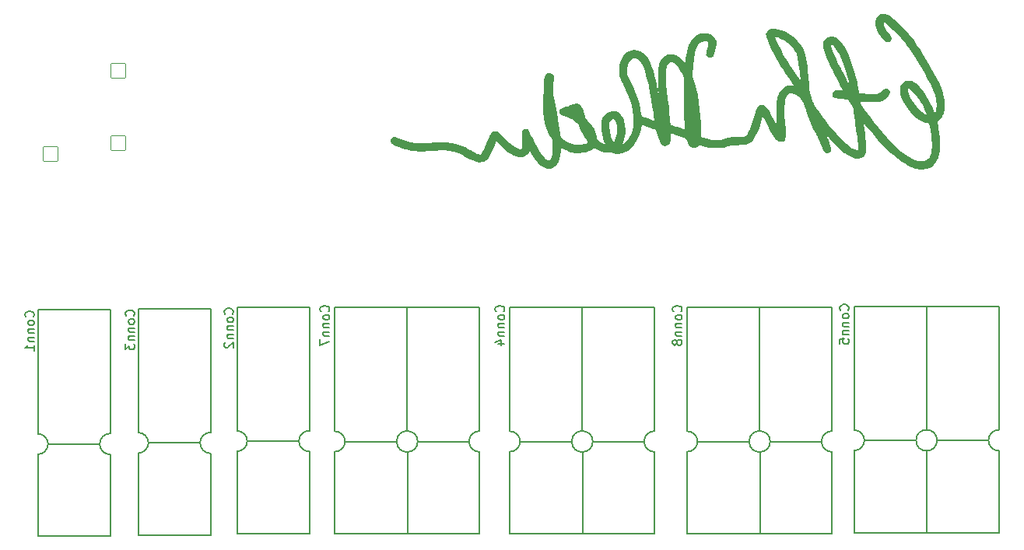
<source format=gbo>
G04 #@! TF.GenerationSoftware,KiCad,Pcbnew,(6.0.7)*
G04 #@! TF.CreationDate,2023-03-20T22:10:27-05:00*
G04 #@! TF.ProjectId,ScienceMotorController,53636965-6e63-4654-9d6f-746f72436f6e,rev?*
G04 #@! TF.SameCoordinates,Original*
G04 #@! TF.FileFunction,Legend,Bot*
G04 #@! TF.FilePolarity,Positive*
%FSLAX46Y46*%
G04 Gerber Fmt 4.6, Leading zero omitted, Abs format (unit mm)*
G04 Created by KiCad (PCBNEW (6.0.7)) date 2023-03-20 22:10:27*
%MOMM*%
%LPD*%
G01*
G04 APERTURE LIST*
G04 Aperture macros list*
%AMRoundRect*
0 Rectangle with rounded corners*
0 $1 Rounding radius*
0 $2 $3 $4 $5 $6 $7 $8 $9 X,Y pos of 4 corners*
0 Add a 4 corners polygon primitive as box body*
4,1,4,$2,$3,$4,$5,$6,$7,$8,$9,$2,$3,0*
0 Add four circle primitives for the rounded corners*
1,1,$1+$1,$2,$3*
1,1,$1+$1,$4,$5*
1,1,$1+$1,$6,$7*
1,1,$1+$1,$8,$9*
0 Add four rect primitives between the rounded corners*
20,1,$1+$1,$2,$3,$4,$5,0*
20,1,$1+$1,$4,$5,$6,$7,0*
20,1,$1+$1,$6,$7,$8,$9,0*
20,1,$1+$1,$8,$9,$2,$3,0*%
G04 Aperture macros list end*
%ADD10C,0.150000*%
%ADD11C,1.624000*%
%ADD12C,3.046400*%
%ADD13RoundRect,0.050000X1.250000X-0.750000X1.250000X0.750000X-1.250000X0.750000X-1.250000X-0.750000X0*%
%ADD14O,2.600000X1.600000*%
%ADD15RoundRect,0.050000X-0.800000X-0.800000X0.800000X-0.800000X0.800000X0.800000X-0.800000X0.800000X0*%
%ADD16C,1.700000*%
%ADD17C,1.408000*%
%ADD18C,1.308000*%
%ADD19O,3.600000X2.300000*%
%ADD20C,1.200000*%
%ADD21C,1.500000*%
%ADD22C,4.100000*%
%ADD23C,2.100000*%
%ADD24RoundRect,0.050000X0.800000X-0.800000X0.800000X0.800000X-0.800000X0.800000X-0.800000X-0.800000X0*%
%ADD25O,5.200000X3.100000*%
G04 APERTURE END LIST*
D10*
X115586442Y-121751690D02*
X115634061Y-121704071D01*
X115681680Y-121561214D01*
X115681680Y-121465976D01*
X115634061Y-121323119D01*
X115538823Y-121227880D01*
X115443585Y-121180261D01*
X115253109Y-121132642D01*
X115110252Y-121132642D01*
X114919776Y-121180261D01*
X114824538Y-121227880D01*
X114729300Y-121323119D01*
X114681680Y-121465976D01*
X114681680Y-121561214D01*
X114729300Y-121704071D01*
X114776919Y-121751690D01*
X115681680Y-122323119D02*
X115634061Y-122227880D01*
X115586442Y-122180261D01*
X115491204Y-122132642D01*
X115205490Y-122132642D01*
X115110252Y-122180261D01*
X115062633Y-122227880D01*
X115015014Y-122323119D01*
X115015014Y-122465976D01*
X115062633Y-122561214D01*
X115110252Y-122608833D01*
X115205490Y-122656452D01*
X115491204Y-122656452D01*
X115586442Y-122608833D01*
X115634061Y-122561214D01*
X115681680Y-122465976D01*
X115681680Y-122323119D01*
X115015014Y-123085023D02*
X115681680Y-123085023D01*
X115110252Y-123085023D02*
X115062633Y-123132642D01*
X115015014Y-123227880D01*
X115015014Y-123370738D01*
X115062633Y-123465976D01*
X115157871Y-123513595D01*
X115681680Y-123513595D01*
X115015014Y-123989785D02*
X115681680Y-123989785D01*
X115110252Y-123989785D02*
X115062633Y-124037404D01*
X115015014Y-124132642D01*
X115015014Y-124275500D01*
X115062633Y-124370738D01*
X115157871Y-124418357D01*
X115681680Y-124418357D01*
X114776919Y-124846928D02*
X114729300Y-124894547D01*
X114681680Y-124989785D01*
X114681680Y-125227880D01*
X114729300Y-125323119D01*
X114776919Y-125370738D01*
X114872157Y-125418357D01*
X114967395Y-125418357D01*
X115110252Y-125370738D01*
X115681680Y-124799309D01*
X115681680Y-125418357D01*
X164376142Y-121470190D02*
X164423761Y-121422571D01*
X164471380Y-121279714D01*
X164471380Y-121184476D01*
X164423761Y-121041619D01*
X164328523Y-120946380D01*
X164233285Y-120898761D01*
X164042809Y-120851142D01*
X163899952Y-120851142D01*
X163709476Y-120898761D01*
X163614238Y-120946380D01*
X163519000Y-121041619D01*
X163471380Y-121184476D01*
X163471380Y-121279714D01*
X163519000Y-121422571D01*
X163566619Y-121470190D01*
X164471380Y-122041619D02*
X164423761Y-121946380D01*
X164376142Y-121898761D01*
X164280904Y-121851142D01*
X163995190Y-121851142D01*
X163899952Y-121898761D01*
X163852333Y-121946380D01*
X163804714Y-122041619D01*
X163804714Y-122184476D01*
X163852333Y-122279714D01*
X163899952Y-122327333D01*
X163995190Y-122374952D01*
X164280904Y-122374952D01*
X164376142Y-122327333D01*
X164423761Y-122279714D01*
X164471380Y-122184476D01*
X164471380Y-122041619D01*
X163804714Y-122803523D02*
X164471380Y-122803523D01*
X163899952Y-122803523D02*
X163852333Y-122851142D01*
X163804714Y-122946380D01*
X163804714Y-123089238D01*
X163852333Y-123184476D01*
X163947571Y-123232095D01*
X164471380Y-123232095D01*
X163804714Y-123708285D02*
X164471380Y-123708285D01*
X163899952Y-123708285D02*
X163852333Y-123755904D01*
X163804714Y-123851142D01*
X163804714Y-123994000D01*
X163852333Y-124089238D01*
X163947571Y-124136857D01*
X164471380Y-124136857D01*
X163899952Y-124755904D02*
X163852333Y-124660666D01*
X163804714Y-124613047D01*
X163709476Y-124565428D01*
X163661857Y-124565428D01*
X163566619Y-124613047D01*
X163519000Y-124660666D01*
X163471380Y-124755904D01*
X163471380Y-124946380D01*
X163519000Y-125041619D01*
X163566619Y-125089238D01*
X163661857Y-125136857D01*
X163709476Y-125136857D01*
X163804714Y-125089238D01*
X163852333Y-125041619D01*
X163899952Y-124946380D01*
X163899952Y-124755904D01*
X163947571Y-124660666D01*
X163995190Y-124613047D01*
X164090428Y-124565428D01*
X164280904Y-124565428D01*
X164376142Y-124613047D01*
X164423761Y-124660666D01*
X164471380Y-124755904D01*
X164471380Y-124946380D01*
X164423761Y-125041619D01*
X164376142Y-125089238D01*
X164280904Y-125136857D01*
X164090428Y-125136857D01*
X163995190Y-125089238D01*
X163947571Y-125041619D01*
X163899952Y-124946380D01*
X145072142Y-121470190D02*
X145119761Y-121422571D01*
X145167380Y-121279714D01*
X145167380Y-121184476D01*
X145119761Y-121041619D01*
X145024523Y-120946380D01*
X144929285Y-120898761D01*
X144738809Y-120851142D01*
X144595952Y-120851142D01*
X144405476Y-120898761D01*
X144310238Y-120946380D01*
X144215000Y-121041619D01*
X144167380Y-121184476D01*
X144167380Y-121279714D01*
X144215000Y-121422571D01*
X144262619Y-121470190D01*
X145167380Y-122041619D02*
X145119761Y-121946380D01*
X145072142Y-121898761D01*
X144976904Y-121851142D01*
X144691190Y-121851142D01*
X144595952Y-121898761D01*
X144548333Y-121946380D01*
X144500714Y-122041619D01*
X144500714Y-122184476D01*
X144548333Y-122279714D01*
X144595952Y-122327333D01*
X144691190Y-122374952D01*
X144976904Y-122374952D01*
X145072142Y-122327333D01*
X145119761Y-122279714D01*
X145167380Y-122184476D01*
X145167380Y-122041619D01*
X144500714Y-122803523D02*
X145167380Y-122803523D01*
X144595952Y-122803523D02*
X144548333Y-122851142D01*
X144500714Y-122946380D01*
X144500714Y-123089238D01*
X144548333Y-123184476D01*
X144643571Y-123232095D01*
X145167380Y-123232095D01*
X144500714Y-123708285D02*
X145167380Y-123708285D01*
X144595952Y-123708285D02*
X144548333Y-123755904D01*
X144500714Y-123851142D01*
X144500714Y-123994000D01*
X144548333Y-124089238D01*
X144643571Y-124136857D01*
X145167380Y-124136857D01*
X144500714Y-125041619D02*
X145167380Y-125041619D01*
X144119761Y-124803523D02*
X144834047Y-124565428D01*
X144834047Y-125184476D01*
X104832742Y-121942990D02*
X104880361Y-121895371D01*
X104927980Y-121752514D01*
X104927980Y-121657276D01*
X104880361Y-121514419D01*
X104785123Y-121419180D01*
X104689885Y-121371561D01*
X104499409Y-121323942D01*
X104356552Y-121323942D01*
X104166076Y-121371561D01*
X104070838Y-121419180D01*
X103975600Y-121514419D01*
X103927980Y-121657276D01*
X103927980Y-121752514D01*
X103975600Y-121895371D01*
X104023219Y-121942990D01*
X104927980Y-122514419D02*
X104880361Y-122419180D01*
X104832742Y-122371561D01*
X104737504Y-122323942D01*
X104451790Y-122323942D01*
X104356552Y-122371561D01*
X104308933Y-122419180D01*
X104261314Y-122514419D01*
X104261314Y-122657276D01*
X104308933Y-122752514D01*
X104356552Y-122800133D01*
X104451790Y-122847752D01*
X104737504Y-122847752D01*
X104832742Y-122800133D01*
X104880361Y-122752514D01*
X104927980Y-122657276D01*
X104927980Y-122514419D01*
X104261314Y-123276323D02*
X104927980Y-123276323D01*
X104356552Y-123276323D02*
X104308933Y-123323942D01*
X104261314Y-123419180D01*
X104261314Y-123562038D01*
X104308933Y-123657276D01*
X104404171Y-123704895D01*
X104927980Y-123704895D01*
X104261314Y-124181085D02*
X104927980Y-124181085D01*
X104356552Y-124181085D02*
X104308933Y-124228704D01*
X104261314Y-124323942D01*
X104261314Y-124466800D01*
X104308933Y-124562038D01*
X104404171Y-124609657D01*
X104927980Y-124609657D01*
X103927980Y-124990609D02*
X103927980Y-125609657D01*
X104308933Y-125276323D01*
X104308933Y-125419180D01*
X104356552Y-125514419D01*
X104404171Y-125562038D01*
X104499409Y-125609657D01*
X104737504Y-125609657D01*
X104832742Y-125562038D01*
X104880361Y-125514419D01*
X104927980Y-125419180D01*
X104927980Y-125133466D01*
X104880361Y-125038228D01*
X104832742Y-124990609D01*
X93910742Y-122069990D02*
X93958361Y-122022371D01*
X94005980Y-121879514D01*
X94005980Y-121784276D01*
X93958361Y-121641419D01*
X93863123Y-121546180D01*
X93767885Y-121498561D01*
X93577409Y-121450942D01*
X93434552Y-121450942D01*
X93244076Y-121498561D01*
X93148838Y-121546180D01*
X93053600Y-121641419D01*
X93005980Y-121784276D01*
X93005980Y-121879514D01*
X93053600Y-122022371D01*
X93101219Y-122069990D01*
X94005980Y-122641419D02*
X93958361Y-122546180D01*
X93910742Y-122498561D01*
X93815504Y-122450942D01*
X93529790Y-122450942D01*
X93434552Y-122498561D01*
X93386933Y-122546180D01*
X93339314Y-122641419D01*
X93339314Y-122784276D01*
X93386933Y-122879514D01*
X93434552Y-122927133D01*
X93529790Y-122974752D01*
X93815504Y-122974752D01*
X93910742Y-122927133D01*
X93958361Y-122879514D01*
X94005980Y-122784276D01*
X94005980Y-122641419D01*
X93339314Y-123403323D02*
X94005980Y-123403323D01*
X93434552Y-123403323D02*
X93386933Y-123450942D01*
X93339314Y-123546180D01*
X93339314Y-123689038D01*
X93386933Y-123784276D01*
X93482171Y-123831895D01*
X94005980Y-123831895D01*
X93339314Y-124308085D02*
X94005980Y-124308085D01*
X93434552Y-124308085D02*
X93386933Y-124355704D01*
X93339314Y-124450942D01*
X93339314Y-124593800D01*
X93386933Y-124689038D01*
X93482171Y-124736657D01*
X94005980Y-124736657D01*
X94005980Y-125736657D02*
X94005980Y-125165228D01*
X94005980Y-125450942D02*
X93005980Y-125450942D01*
X93148838Y-125355704D01*
X93244076Y-125260466D01*
X93291695Y-125165228D01*
X126022142Y-121470190D02*
X126069761Y-121422571D01*
X126117380Y-121279714D01*
X126117380Y-121184476D01*
X126069761Y-121041619D01*
X125974523Y-120946380D01*
X125879285Y-120898761D01*
X125688809Y-120851142D01*
X125545952Y-120851142D01*
X125355476Y-120898761D01*
X125260238Y-120946380D01*
X125165000Y-121041619D01*
X125117380Y-121184476D01*
X125117380Y-121279714D01*
X125165000Y-121422571D01*
X125212619Y-121470190D01*
X126117380Y-122041619D02*
X126069761Y-121946380D01*
X126022142Y-121898761D01*
X125926904Y-121851142D01*
X125641190Y-121851142D01*
X125545952Y-121898761D01*
X125498333Y-121946380D01*
X125450714Y-122041619D01*
X125450714Y-122184476D01*
X125498333Y-122279714D01*
X125545952Y-122327333D01*
X125641190Y-122374952D01*
X125926904Y-122374952D01*
X126022142Y-122327333D01*
X126069761Y-122279714D01*
X126117380Y-122184476D01*
X126117380Y-122041619D01*
X125450714Y-122803523D02*
X126117380Y-122803523D01*
X125545952Y-122803523D02*
X125498333Y-122851142D01*
X125450714Y-122946380D01*
X125450714Y-123089238D01*
X125498333Y-123184476D01*
X125593571Y-123232095D01*
X126117380Y-123232095D01*
X125450714Y-123708285D02*
X126117380Y-123708285D01*
X125545952Y-123708285D02*
X125498333Y-123755904D01*
X125450714Y-123851142D01*
X125450714Y-123994000D01*
X125498333Y-124089238D01*
X125593571Y-124136857D01*
X126117380Y-124136857D01*
X125117380Y-124517809D02*
X125117380Y-125184476D01*
X126117380Y-124755904D01*
X182537142Y-121343190D02*
X182584761Y-121295571D01*
X182632380Y-121152714D01*
X182632380Y-121057476D01*
X182584761Y-120914619D01*
X182489523Y-120819380D01*
X182394285Y-120771761D01*
X182203809Y-120724142D01*
X182060952Y-120724142D01*
X181870476Y-120771761D01*
X181775238Y-120819380D01*
X181680000Y-120914619D01*
X181632380Y-121057476D01*
X181632380Y-121152714D01*
X181680000Y-121295571D01*
X181727619Y-121343190D01*
X182632380Y-121914619D02*
X182584761Y-121819380D01*
X182537142Y-121771761D01*
X182441904Y-121724142D01*
X182156190Y-121724142D01*
X182060952Y-121771761D01*
X182013333Y-121819380D01*
X181965714Y-121914619D01*
X181965714Y-122057476D01*
X182013333Y-122152714D01*
X182060952Y-122200333D01*
X182156190Y-122247952D01*
X182441904Y-122247952D01*
X182537142Y-122200333D01*
X182584761Y-122152714D01*
X182632380Y-122057476D01*
X182632380Y-121914619D01*
X181965714Y-122676523D02*
X182632380Y-122676523D01*
X182060952Y-122676523D02*
X182013333Y-122724142D01*
X181965714Y-122819380D01*
X181965714Y-122962238D01*
X182013333Y-123057476D01*
X182108571Y-123105095D01*
X182632380Y-123105095D01*
X181965714Y-123581285D02*
X182632380Y-123581285D01*
X182060952Y-123581285D02*
X182013333Y-123628904D01*
X181965714Y-123724142D01*
X181965714Y-123867000D01*
X182013333Y-123962238D01*
X182108571Y-124009857D01*
X182632380Y-124009857D01*
X181632380Y-124962238D02*
X181632380Y-124486047D01*
X182108571Y-124438428D01*
X182060952Y-124486047D01*
X182013333Y-124581285D01*
X182013333Y-124819380D01*
X182060952Y-124914619D01*
X182108571Y-124962238D01*
X182203809Y-125009857D01*
X182441904Y-125009857D01*
X182537142Y-124962238D01*
X182584761Y-124914619D01*
X182632380Y-124819380D01*
X182632380Y-124581285D01*
X182584761Y-124486047D01*
X182537142Y-124438428D01*
X116065300Y-137897900D02*
X116065300Y-136729500D01*
X123939300Y-145619500D02*
X116065300Y-145619500D01*
X116065300Y-120981500D02*
X123939300Y-120981500D01*
X123939300Y-133300500D02*
X123939300Y-134443500D01*
X116065300Y-133275100D02*
X116065300Y-134468900D01*
X116065300Y-133300500D02*
X116065300Y-121006900D01*
X118376700Y-135586500D02*
X117208300Y-135586500D01*
X123964700Y-145619500D02*
X123964700Y-136729500D01*
X123939300Y-133300500D02*
X123939300Y-121006900D01*
X116065300Y-137872500D02*
X116065300Y-145619500D01*
X121653300Y-135586500D02*
X118351300Y-135586500D01*
X121653300Y-135586500D02*
X122796300Y-135586500D01*
X123939300Y-134443500D02*
G75*
G03*
X122796300Y-135586500I0J-1143000D01*
G01*
X117182900Y-135586500D02*
G75*
G03*
X116065300Y-134468900I-1117598J2D01*
G01*
X116065300Y-136704100D02*
G75*
G03*
X117182900Y-135586500I2J1117598D01*
G01*
X122796300Y-135586500D02*
G75*
G03*
X123939300Y-136729500I1143000J0D01*
G01*
X165058000Y-137941000D02*
X165058000Y-136772600D01*
X180806000Y-136772600D02*
X180806000Y-137991800D01*
X180806000Y-145688000D02*
X165058000Y-145688000D01*
X170646000Y-135629600D02*
X171789000Y-135629600D01*
X172957400Y-145662600D02*
X172957400Y-136772600D01*
X165058000Y-133318200D02*
X165058000Y-134512000D01*
X180806000Y-133343600D02*
X180806000Y-121050000D01*
X165058000Y-137915600D02*
X165058000Y-145662600D01*
X172932000Y-133343600D02*
X172932000Y-121050000D01*
X179663000Y-135629600D02*
X178494600Y-135629600D01*
X172932000Y-133343600D02*
X172932000Y-134486600D01*
X180806000Y-145662600D02*
X180806000Y-137915600D01*
X175218000Y-135629600D02*
X178494600Y-135629600D01*
X175218000Y-135629600D02*
X174075000Y-135629600D01*
X167369400Y-135629600D02*
X166201000Y-135629600D01*
X170646000Y-135629600D02*
X167344000Y-135629600D01*
X180806000Y-133369000D02*
X180806000Y-134461200D01*
X165058000Y-133343600D02*
X165058000Y-121050000D01*
X180806000Y-121050000D02*
X165058000Y-121050000D01*
X179663000Y-135629600D02*
G75*
G03*
X180806000Y-136772600I1143000J0D01*
G01*
X180806000Y-134486600D02*
G75*
G03*
X179663000Y-135629600I0J-1143000D01*
G01*
X165058000Y-136747200D02*
G75*
G03*
X166175600Y-135629600I2J1117598D01*
G01*
X166175600Y-135629600D02*
G75*
G03*
X165058000Y-134512000I-1117598J2D01*
G01*
X174075000Y-135629600D02*
G75*
G03*
X174075000Y-135629600I-1143000J0D01*
G01*
X161502000Y-133369000D02*
X161502000Y-134461200D01*
X161502000Y-145688000D02*
X145754000Y-145688000D01*
X155914000Y-135629600D02*
X159190600Y-135629600D01*
X145754000Y-133343600D02*
X145754000Y-121050000D01*
X153628000Y-133343600D02*
X153628000Y-134486600D01*
X148065400Y-135629600D02*
X146897000Y-135629600D01*
X153628000Y-133343600D02*
X153628000Y-121050000D01*
X161502000Y-145662600D02*
X161502000Y-137915600D01*
X145754000Y-137941000D02*
X145754000Y-136772600D01*
X145754000Y-133318200D02*
X145754000Y-134512000D01*
X151342000Y-135629600D02*
X148040000Y-135629600D01*
X151342000Y-135629600D02*
X152485000Y-135629600D01*
X160359000Y-135629600D02*
X159190600Y-135629600D01*
X161502000Y-133343600D02*
X161502000Y-121050000D01*
X155914000Y-135629600D02*
X154771000Y-135629600D01*
X153653400Y-145662600D02*
X153653400Y-136772600D01*
X161502000Y-136772600D02*
X161502000Y-137991800D01*
X145754000Y-137915600D02*
X145754000Y-145662600D01*
X161502000Y-121050000D02*
X145754000Y-121050000D01*
X160359000Y-135629600D02*
G75*
G03*
X161502000Y-136772600I1143000J0D01*
G01*
X146871600Y-135629600D02*
G75*
G03*
X145754000Y-134512000I-1117598J2D01*
G01*
X145754000Y-136747200D02*
G75*
G03*
X146871600Y-135629600I2J1117598D01*
G01*
X161502000Y-134486600D02*
G75*
G03*
X160359000Y-135629600I0J-1143000D01*
G01*
X154771000Y-135629600D02*
G75*
G03*
X154771000Y-135629600I-1143000J0D01*
G01*
X110899600Y-135777800D02*
X107597600Y-135777800D01*
X113185600Y-133491800D02*
X113185600Y-121198200D01*
X113185600Y-145810800D02*
X105311600Y-145810800D01*
X107623000Y-135777800D02*
X106454600Y-135777800D01*
X105311600Y-138063800D02*
X105311600Y-145810800D01*
X113185600Y-133491800D02*
X113185600Y-134634800D01*
X105311600Y-133491800D02*
X105311600Y-121198200D01*
X105311600Y-138089200D02*
X105311600Y-136920800D01*
X110899600Y-135777800D02*
X112042600Y-135777800D01*
X113211000Y-145810800D02*
X113211000Y-136920800D01*
X105311600Y-133466400D02*
X105311600Y-134660200D01*
X105311600Y-121172800D02*
X113185600Y-121172800D01*
X105311600Y-136895400D02*
G75*
G03*
X106429200Y-135777800I2J1117598D01*
G01*
X106429200Y-135777800D02*
G75*
G03*
X105311600Y-134660200I-1117598J2D01*
G01*
X113185600Y-134634800D02*
G75*
G03*
X112042600Y-135777800I0J-1143000D01*
G01*
X112042600Y-135777800D02*
G75*
G03*
X113185600Y-136920800I1143000J0D01*
G01*
G36*
X183775149Y-97718861D02*
G01*
X184447557Y-97778318D01*
X184505153Y-97783380D01*
X184913833Y-97816219D01*
X185238533Y-97833425D01*
X185494212Y-97832391D01*
X185695830Y-97810513D01*
X185858343Y-97765183D01*
X185996711Y-97693796D01*
X186125891Y-97593747D01*
X186260842Y-97462429D01*
X186317035Y-97405515D01*
X186443946Y-97295154D01*
X186551451Y-97241870D01*
X186670364Y-97228028D01*
X186853291Y-97265682D01*
X187013000Y-97381222D01*
X187104977Y-97555328D01*
X187112328Y-97624011D01*
X187068915Y-97803011D01*
X186953336Y-98002533D01*
X186778842Y-98205944D01*
X186558685Y-98396617D01*
X186306116Y-98557919D01*
X186233982Y-98594343D01*
X186150547Y-98626781D01*
X186052910Y-98649214D01*
X185923592Y-98663443D01*
X185745114Y-98671270D01*
X185499998Y-98674496D01*
X185170765Y-98674923D01*
X184915014Y-98673308D01*
X184627111Y-98668136D01*
X184380437Y-98660085D01*
X184195114Y-98649842D01*
X184091265Y-98638093D01*
X184088554Y-98637503D01*
X183977823Y-98620798D01*
X183933951Y-98651842D01*
X183926165Y-98751834D01*
X183940011Y-98824160D01*
X184017228Y-98997805D01*
X184160985Y-99242856D01*
X184369866Y-99557291D01*
X184642457Y-99939091D01*
X184977344Y-100386234D01*
X185373110Y-100896699D01*
X185828341Y-101468466D01*
X186263631Y-101992932D01*
X186805825Y-102601385D01*
X187338099Y-103150195D01*
X187856669Y-103637230D01*
X188357755Y-104060358D01*
X188837573Y-104417447D01*
X189292342Y-104706365D01*
X189718278Y-104924979D01*
X190111600Y-105071159D01*
X190468526Y-105142772D01*
X190785273Y-105137686D01*
X191058058Y-105053770D01*
X191283100Y-104888891D01*
X191456617Y-104640917D01*
X191529071Y-104465961D01*
X191603080Y-104223224D01*
X191653572Y-103984428D01*
X191663826Y-103907401D01*
X191686036Y-103562941D01*
X191683578Y-103151639D01*
X191658225Y-102698102D01*
X191611746Y-102226935D01*
X191545915Y-101762741D01*
X191462501Y-101330128D01*
X191438619Y-101224977D01*
X191401456Y-101088285D01*
X191362129Y-101017619D01*
X191304836Y-100991195D01*
X191213774Y-100987228D01*
X191045869Y-100971397D01*
X190734632Y-100875246D01*
X190400868Y-100699942D01*
X190054784Y-100454804D01*
X189706591Y-100149147D01*
X189366498Y-99792289D01*
X189044712Y-99393548D01*
X188751443Y-98962240D01*
X188496899Y-98507682D01*
X188403441Y-98309087D01*
X188270419Y-97941087D01*
X188207021Y-97594905D01*
X188206922Y-97409211D01*
X189070836Y-97409211D01*
X189093167Y-97579431D01*
X189142255Y-97776812D01*
X189214057Y-97975572D01*
X189333887Y-98216470D01*
X189530255Y-98539156D01*
X189765693Y-98873981D01*
X190019457Y-99191741D01*
X190270799Y-99463228D01*
X190273964Y-99466330D01*
X190462305Y-99640739D01*
X190649063Y-99796395D01*
X190819673Y-99923213D01*
X190959570Y-100011107D01*
X191054189Y-100049991D01*
X191088965Y-100029780D01*
X191073841Y-99969019D01*
X191022812Y-99831854D01*
X190945305Y-99645169D01*
X190851273Y-99431494D01*
X190750667Y-99213360D01*
X190653438Y-99013294D01*
X190569538Y-98853828D01*
X190545017Y-98810580D01*
X190348850Y-98490350D01*
X190138265Y-98185580D01*
X189922715Y-97906552D01*
X189711656Y-97663546D01*
X189514541Y-97466843D01*
X189340825Y-97326723D01*
X189199962Y-97253468D01*
X189101406Y-97257358D01*
X189079306Y-97291934D01*
X189070836Y-97409211D01*
X188206922Y-97409211D01*
X188206833Y-97242563D01*
X188249685Y-96985899D01*
X188366539Y-96716118D01*
X188550874Y-96521642D01*
X188801054Y-96404051D01*
X189115443Y-96364924D01*
X189196753Y-96367607D01*
X189486284Y-96421895D01*
X189771262Y-96550409D01*
X190060114Y-96758924D01*
X190361271Y-97053216D01*
X190683159Y-97439057D01*
X190962082Y-97824221D01*
X191409434Y-98564275D01*
X191778540Y-99348320D01*
X191994840Y-99879064D01*
X192088003Y-99736345D01*
X192124158Y-99658454D01*
X192166710Y-99459716D01*
X192185303Y-99197819D01*
X192180620Y-98895062D01*
X192153344Y-98573744D01*
X192104158Y-98256167D01*
X192033745Y-97964628D01*
X192024104Y-97932921D01*
X191899003Y-97583299D01*
X191721506Y-97165896D01*
X191498745Y-96693417D01*
X191237848Y-96178570D01*
X190945945Y-95634062D01*
X190630166Y-95072599D01*
X190297642Y-94506889D01*
X189955502Y-93949638D01*
X189610875Y-93413553D01*
X189270892Y-92911341D01*
X188942683Y-92455710D01*
X188796949Y-92267204D01*
X188568673Y-91990197D01*
X188315781Y-91699940D01*
X188047383Y-91405440D01*
X187772591Y-91115704D01*
X187500517Y-90839738D01*
X187240273Y-90586547D01*
X187000970Y-90365139D01*
X186791720Y-90184519D01*
X186621636Y-90053694D01*
X186499827Y-89981669D01*
X186435407Y-89977452D01*
X186428800Y-90017476D01*
X186438489Y-90133645D01*
X186466076Y-90293396D01*
X186480733Y-90356733D01*
X186529624Y-90502386D01*
X186607809Y-90656445D01*
X186727852Y-90841572D01*
X186902314Y-91080431D01*
X187013632Y-91230288D01*
X187144533Y-91418158D01*
X187225803Y-91557578D01*
X187267321Y-91666439D01*
X187278965Y-91762634D01*
X187269959Y-91853481D01*
X187192246Y-92025058D01*
X187053892Y-92139859D01*
X186878093Y-92183075D01*
X186688046Y-92139895D01*
X186684459Y-92138067D01*
X186597139Y-92067839D01*
X186468263Y-91934672D01*
X186314614Y-91756969D01*
X186152972Y-91553134D01*
X186150284Y-91549591D01*
X185901555Y-91196001D01*
X185726309Y-90880365D01*
X185616384Y-90580475D01*
X185563620Y-90274122D01*
X185559856Y-89939098D01*
X185581711Y-89712423D01*
X185639976Y-89503073D01*
X185746326Y-89338348D01*
X185914902Y-89188346D01*
X186080872Y-89102051D01*
X186334351Y-89062242D01*
X186618635Y-89099003D01*
X186916819Y-89209684D01*
X187211999Y-89391637D01*
X187563406Y-89672952D01*
X188095514Y-90157306D01*
X188639705Y-90718099D01*
X189184544Y-91343338D01*
X189718596Y-92021028D01*
X189822612Y-92160631D01*
X190034372Y-92451967D01*
X190233801Y-92738352D01*
X190430970Y-93035526D01*
X190635948Y-93359232D01*
X190858806Y-93725210D01*
X191109614Y-94149203D01*
X191398442Y-94646952D01*
X191578330Y-94961350D01*
X191912572Y-95562028D01*
X192194606Y-96096047D01*
X192429063Y-96574233D01*
X192620577Y-97007414D01*
X192773781Y-97406416D01*
X192893306Y-97782068D01*
X192983786Y-98145196D01*
X193049852Y-98506627D01*
X193069929Y-98650608D01*
X193104037Y-99136987D01*
X193072507Y-99557828D01*
X192972485Y-99924895D01*
X192917190Y-100029780D01*
X192801117Y-100249953D01*
X192555552Y-100544769D01*
X192260661Y-100839660D01*
X192356625Y-101307144D01*
X192407554Y-101578387D01*
X192481046Y-102085274D01*
X192531674Y-102603844D01*
X192558501Y-103112201D01*
X192560594Y-103588449D01*
X192537017Y-104010692D01*
X192486835Y-104357035D01*
X192363395Y-104786924D01*
X192166417Y-105194724D01*
X191909143Y-105525731D01*
X191594370Y-105776429D01*
X191224897Y-105943301D01*
X191213893Y-105946644D01*
X190986837Y-105989684D01*
X190700867Y-106009759D01*
X190393704Y-106007109D01*
X190103065Y-105981976D01*
X189866669Y-105934602D01*
X189730953Y-105889133D01*
X189424289Y-105761421D01*
X189082193Y-105593199D01*
X188733807Y-105399258D01*
X188408274Y-105194388D01*
X187977764Y-104887592D01*
X187451392Y-104466302D01*
X186921603Y-103989567D01*
X186380926Y-103449862D01*
X185821892Y-102839665D01*
X185237032Y-102151452D01*
X184618875Y-101377700D01*
X184600238Y-101353796D01*
X184456146Y-101172401D01*
X184338810Y-101030572D01*
X184259871Y-100942031D01*
X184230973Y-100920500D01*
X184232071Y-100933057D01*
X184244106Y-101028772D01*
X184267739Y-101203908D01*
X184300876Y-101443282D01*
X184341426Y-101731715D01*
X184387293Y-102054028D01*
X184452772Y-102535371D01*
X184507372Y-103008514D01*
X184539467Y-103400632D01*
X184549310Y-103721351D01*
X184537154Y-103980297D01*
X184503254Y-104187095D01*
X184447863Y-104351373D01*
X184373480Y-104483723D01*
X184185948Y-104674470D01*
X183943308Y-104792257D01*
X183655452Y-104837335D01*
X183332277Y-104809955D01*
X182983674Y-104710368D01*
X182619539Y-104538825D01*
X182249765Y-104295577D01*
X182180529Y-104241139D01*
X181971617Y-104061551D01*
X181717791Y-103827339D01*
X181434760Y-103553857D01*
X181138236Y-103256462D01*
X180843930Y-102950511D01*
X180567553Y-102651360D01*
X180565056Y-102648594D01*
X180410385Y-102481313D01*
X180283816Y-102352154D01*
X180198344Y-102273845D01*
X180166965Y-102259109D01*
X180184261Y-102317910D01*
X180237076Y-102442839D01*
X180313020Y-102601576D01*
X180427424Y-102846293D01*
X180545288Y-103138073D01*
X180639926Y-103415928D01*
X180702899Y-103654749D01*
X180725765Y-103829427D01*
X180725520Y-103848266D01*
X180679552Y-104055922D01*
X180556516Y-104198420D01*
X180359822Y-104271637D01*
X180339172Y-104274581D01*
X180212247Y-104271355D01*
X180098872Y-104220997D01*
X179990919Y-104113349D01*
X179880259Y-103938254D01*
X179758761Y-103685553D01*
X179618297Y-103345090D01*
X179615213Y-103337269D01*
X179495933Y-103048021D01*
X179364569Y-102750339D01*
X179236852Y-102478816D01*
X179128513Y-102268042D01*
X179055292Y-102135000D01*
X178783856Y-101625866D01*
X178559937Y-101173770D01*
X178374641Y-100757746D01*
X178219077Y-100356826D01*
X178084353Y-99950044D01*
X177961577Y-99516433D01*
X177863139Y-99175563D01*
X177738259Y-98839669D01*
X177595247Y-98564468D01*
X177422157Y-98327645D01*
X177207043Y-98106882D01*
X177174604Y-98078327D01*
X176954060Y-97927755D01*
X176707198Y-97816744D01*
X176465803Y-97756953D01*
X176261659Y-97760045D01*
X176238780Y-97765919D01*
X176063376Y-97862713D01*
X175898722Y-98037345D01*
X175764711Y-98269428D01*
X175738540Y-98350563D01*
X175702647Y-98554953D01*
X175675684Y-98833346D01*
X175657935Y-99168823D01*
X175649681Y-99544468D01*
X175651205Y-99943361D01*
X175662791Y-100348585D01*
X175684719Y-100743221D01*
X175717274Y-101110350D01*
X175749082Y-101418638D01*
X175784812Y-101861896D01*
X175796598Y-102218991D01*
X175782400Y-102498263D01*
X175740177Y-102708053D01*
X175667888Y-102856704D01*
X175563492Y-102952556D01*
X175424949Y-103003950D01*
X175250218Y-103019228D01*
X175217751Y-103018591D01*
X175061516Y-102994293D01*
X174912201Y-102929160D01*
X174763551Y-102815501D01*
X174609311Y-102645623D01*
X174443224Y-102411837D01*
X174259035Y-102106449D01*
X174050489Y-101721770D01*
X173811329Y-101250108D01*
X173730506Y-101087829D01*
X173590329Y-100810501D01*
X173468383Y-100574505D01*
X173371261Y-100392332D01*
X173305555Y-100276468D01*
X173277856Y-100239404D01*
X173276939Y-100240611D01*
X173253140Y-100303017D01*
X173208363Y-100442028D01*
X173148673Y-100638236D01*
X173080132Y-100872235D01*
X173072279Y-100899399D01*
X172870473Y-101525157D01*
X172656916Y-102052912D01*
X172432013Y-102481893D01*
X172196167Y-102811325D01*
X171949778Y-103040438D01*
X171801780Y-103138936D01*
X171616784Y-103236178D01*
X171420254Y-103302905D01*
X171189782Y-103344389D01*
X170902963Y-103365902D01*
X170537389Y-103372715D01*
X170521392Y-103372764D01*
X170235855Y-103375059D01*
X170024402Y-103382370D01*
X169860781Y-103398478D01*
X169718740Y-103427168D01*
X169572027Y-103472221D01*
X169394389Y-103537420D01*
X169230729Y-103597745D01*
X169079575Y-103645200D01*
X168936258Y-103675158D01*
X168773421Y-103691609D01*
X168563709Y-103698541D01*
X168279765Y-103699943D01*
X167944891Y-103692343D01*
X167454184Y-103644984D01*
X167012259Y-103550013D01*
X166591325Y-103402536D01*
X166495960Y-103365300D01*
X166415708Y-103356699D01*
X166340279Y-103399001D01*
X166231509Y-103502844D01*
X166116412Y-103605142D01*
X165994653Y-103664591D01*
X165841588Y-103679628D01*
X165678112Y-103660427D01*
X165481103Y-103574708D01*
X165380713Y-103483302D01*
X165236868Y-103295831D01*
X165110365Y-103072414D01*
X165024423Y-102849903D01*
X165019518Y-102832600D01*
X164989917Y-102756371D01*
X164940306Y-102696651D01*
X164851721Y-102640903D01*
X164705196Y-102576592D01*
X164481766Y-102491180D01*
X164374085Y-102451871D01*
X164154519Y-102375429D01*
X163918867Y-102296956D01*
X163689529Y-102223556D01*
X163488909Y-102162332D01*
X163339408Y-102120388D01*
X163263427Y-102104828D01*
X163261634Y-102108783D01*
X163255994Y-102179886D01*
X163252050Y-102321716D01*
X163250565Y-102510199D01*
X163250559Y-102516906D01*
X163225068Y-102883185D01*
X163150232Y-103160800D01*
X163026089Y-103349694D01*
X162852676Y-103449808D01*
X162630032Y-103461084D01*
X162602578Y-103456734D01*
X162446813Y-103410889D01*
X162332015Y-103345671D01*
X162289659Y-103300696D01*
X162174931Y-103125243D01*
X162054161Y-102874041D01*
X161935161Y-102564545D01*
X161825741Y-102214211D01*
X161689964Y-101728560D01*
X161466965Y-101658352D01*
X161365913Y-101624957D01*
X161173167Y-101558113D01*
X160938915Y-101474630D01*
X160693471Y-101385212D01*
X160487229Y-101310740D01*
X160305331Y-101248262D01*
X160179943Y-101208910D01*
X160130339Y-101199055D01*
X160126783Y-101208839D01*
X160106481Y-101293994D01*
X160074577Y-101445864D01*
X160036224Y-101640296D01*
X159960850Y-101945510D01*
X159784593Y-102413264D01*
X159545657Y-102866664D01*
X159256531Y-103288261D01*
X158929704Y-103660605D01*
X158577665Y-103966248D01*
X158212903Y-104187741D01*
X157949898Y-104283838D01*
X157616647Y-104340618D01*
X157293699Y-104332189D01*
X157013234Y-104256702D01*
X156784486Y-104196834D01*
X156468765Y-104183651D01*
X156461883Y-104183837D01*
X156019523Y-104146776D01*
X155586117Y-104019353D01*
X155191716Y-103810353D01*
X154930667Y-103633739D01*
X154836116Y-103738374D01*
X154665412Y-103881288D01*
X154388729Y-104023568D01*
X154050939Y-104132404D01*
X153672082Y-104204185D01*
X153272200Y-104235302D01*
X152871332Y-104222143D01*
X152489518Y-104161099D01*
X152431046Y-104145896D01*
X152196585Y-104068414D01*
X151917216Y-103957923D01*
X151625815Y-103828008D01*
X151355253Y-103692259D01*
X151350524Y-103693345D01*
X151329713Y-103754216D01*
X151307237Y-103887580D01*
X151287198Y-104070623D01*
X151231224Y-104536852D01*
X151148978Y-104920207D01*
X151036157Y-105229517D01*
X150888123Y-105477476D01*
X150700238Y-105676777D01*
X150674322Y-105698461D01*
X150392004Y-105873672D01*
X150097298Y-105948958D01*
X149791489Y-105924990D01*
X149475862Y-105802438D01*
X149151701Y-105581973D01*
X148820290Y-105264267D01*
X148482913Y-104849990D01*
X148140855Y-104339814D01*
X147921474Y-103983988D01*
X147858160Y-104136841D01*
X147795968Y-104254510D01*
X147611937Y-104453224D01*
X147364092Y-104595767D01*
X147071480Y-104672856D01*
X146753151Y-104675212D01*
X146492201Y-104627253D01*
X146197351Y-104526202D01*
X145896905Y-104368915D01*
X145578827Y-104147895D01*
X145231079Y-103855646D01*
X144841625Y-103484670D01*
X144266130Y-102911233D01*
X144097906Y-103384330D01*
X144084031Y-103423121D01*
X143872380Y-103958229D01*
X143656838Y-104395867D01*
X143434935Y-104739900D01*
X143204203Y-104994195D01*
X142962171Y-105162620D01*
X142759957Y-105232472D01*
X142469957Y-105249405D01*
X142127795Y-105191324D01*
X141730360Y-105057376D01*
X141274547Y-104846711D01*
X140757245Y-104558477D01*
X140700278Y-104524968D01*
X140199839Y-104272629D01*
X139689278Y-104096512D01*
X139128928Y-103982586D01*
X138997687Y-103965657D01*
X138819664Y-103950516D01*
X138620772Y-103943429D01*
X138387640Y-103944737D01*
X138106896Y-103954779D01*
X137765168Y-103973896D01*
X137349087Y-104002429D01*
X136845279Y-104040718D01*
X136341473Y-104069898D01*
X135875353Y-104070018D01*
X135443606Y-104036173D01*
X135013898Y-103965759D01*
X134553898Y-103856171D01*
X134416301Y-103818190D01*
X134068669Y-103712568D01*
X133735627Y-103598731D01*
X133433952Y-103483331D01*
X133180416Y-103373021D01*
X132991796Y-103274452D01*
X132884865Y-103194278D01*
X132853368Y-103154641D01*
X132777963Y-102974934D01*
X132792179Y-102793346D01*
X132889978Y-102632592D01*
X133065321Y-102515388D01*
X133099878Y-102502154D01*
X133199465Y-102483669D01*
X133316029Y-102502571D01*
X133486445Y-102563031D01*
X133681385Y-102638881D01*
X134192579Y-102825012D01*
X134654702Y-102968867D01*
X135088906Y-103073216D01*
X135516342Y-103140830D01*
X135958162Y-103174477D01*
X136435517Y-103176929D01*
X136969558Y-103150955D01*
X137581437Y-103099325D01*
X137849451Y-103076313D01*
X138402720Y-103052264D01*
X138905175Y-103068621D01*
X139386952Y-103127091D01*
X139878188Y-103229382D01*
X140094093Y-103285696D01*
X140366549Y-103371448D01*
X140617033Y-103474031D01*
X140879985Y-103608124D01*
X141189847Y-103788404D01*
X141256653Y-103828048D01*
X141494360Y-103960299D01*
X141746782Y-104089876D01*
X141993326Y-104207247D01*
X142213395Y-104302883D01*
X142386395Y-104367253D01*
X142491729Y-104390828D01*
X142560658Y-104373874D01*
X142679973Y-104276220D01*
X142812813Y-104089444D01*
X142960695Y-103810905D01*
X143125134Y-103437957D01*
X143307645Y-102967960D01*
X143379358Y-102777801D01*
X143500539Y-102481697D01*
X143607781Y-102262490D01*
X143709382Y-102106280D01*
X143813638Y-101999169D01*
X143928843Y-101927260D01*
X144045352Y-101879706D01*
X144170895Y-101855620D01*
X144298224Y-101870081D01*
X144438253Y-101929358D01*
X144601890Y-102039718D01*
X144800047Y-102207429D01*
X145043635Y-102438760D01*
X145343565Y-102739979D01*
X145431475Y-102828953D01*
X145766593Y-103152830D01*
X146054406Y-103402304D01*
X146304122Y-103584255D01*
X146524947Y-103705563D01*
X146726087Y-103773107D01*
X146841916Y-103796444D01*
X146941400Y-103803048D01*
X147012359Y-103777711D01*
X147058904Y-103708834D01*
X147085147Y-103584821D01*
X147095201Y-103394074D01*
X147093179Y-103124995D01*
X147083192Y-102765986D01*
X147078923Y-102627121D01*
X147070710Y-102334425D01*
X147067542Y-102121765D01*
X147070769Y-101973655D01*
X147081740Y-101874605D01*
X147101807Y-101809130D01*
X147132317Y-101761742D01*
X147174622Y-101716952D01*
X147198006Y-101695584D01*
X147368059Y-101611728D01*
X147562774Y-101603324D01*
X147741777Y-101673467D01*
X147793727Y-101726719D01*
X147878902Y-101860606D01*
X147954835Y-102027110D01*
X148055688Y-102279004D01*
X148234774Y-102672099D01*
X148441940Y-103078188D01*
X148667739Y-103481956D01*
X148902724Y-103868090D01*
X149137448Y-104221275D01*
X149362463Y-104526197D01*
X149568323Y-104767541D01*
X149745581Y-104929993D01*
X149908387Y-105028391D01*
X150047072Y-105049445D01*
X150159244Y-104977709D01*
X150258825Y-104809928D01*
X150299940Y-104707310D01*
X150330402Y-104595963D01*
X150352353Y-104457342D01*
X150367953Y-104272866D01*
X150379362Y-104023954D01*
X150388738Y-103692023D01*
X150409703Y-102815419D01*
X150203321Y-102498223D01*
X150081940Y-102299607D01*
X149797131Y-101707793D01*
X149578375Y-101040972D01*
X149426480Y-100301428D01*
X149418613Y-100245710D01*
X149389891Y-99945578D01*
X149371483Y-99581281D01*
X149363329Y-99180364D01*
X149365369Y-98770375D01*
X149377543Y-98378858D01*
X149399789Y-98033360D01*
X149432049Y-97761428D01*
X149450077Y-97627814D01*
X149473535Y-97358115D01*
X149488070Y-97057893D01*
X149491079Y-96770828D01*
X149489947Y-96629667D01*
X149496868Y-96310351D01*
X149521258Y-96068696D01*
X149566779Y-95887785D01*
X149637095Y-95750701D01*
X149735870Y-95640528D01*
X149920662Y-95526589D01*
X150115526Y-95511787D01*
X150326014Y-95596609D01*
X150437472Y-95676742D01*
X150521356Y-95778434D01*
X150567889Y-95910904D01*
X150580036Y-96091046D01*
X150560762Y-96335751D01*
X150513034Y-96661915D01*
X150493908Y-96778567D01*
X150469439Y-96935718D01*
X150452055Y-97076303D01*
X150443017Y-97211947D01*
X150443589Y-97354272D01*
X150455030Y-97514902D01*
X150478603Y-97705462D01*
X150515570Y-97937574D01*
X150567192Y-98222863D01*
X150634731Y-98572953D01*
X150719448Y-98999466D01*
X150822605Y-99514028D01*
X150888015Y-99845214D01*
X151011148Y-100506409D01*
X151109110Y-101094531D01*
X151184575Y-101626243D01*
X151240214Y-102118206D01*
X151246024Y-102176202D01*
X151269603Y-102343427D01*
X151309940Y-102457594D01*
X151385792Y-102556894D01*
X151515916Y-102679516D01*
X151665437Y-102803859D01*
X152068866Y-103060678D01*
X152508057Y-103243813D01*
X152961191Y-103345437D01*
X153406452Y-103357723D01*
X153575541Y-103336056D01*
X153805722Y-103283450D01*
X154009273Y-103212805D01*
X154161345Y-103133213D01*
X154237087Y-103053769D01*
X154238490Y-103039738D01*
X154205825Y-102948927D01*
X154124891Y-102809003D01*
X154008302Y-102642636D01*
X153894059Y-102480264D01*
X153709638Y-102177627D01*
X153534880Y-101847503D01*
X153388035Y-101525245D01*
X153287356Y-101246204D01*
X153282511Y-101229878D01*
X153236869Y-101112317D01*
X153168044Y-101016794D01*
X153054141Y-100919549D01*
X152873265Y-100796820D01*
X152634878Y-100651170D01*
X152259866Y-100454708D01*
X151907280Y-100308474D01*
X151601598Y-100223504D01*
X151383747Y-100151245D01*
X151219310Y-100026385D01*
X151128580Y-99870696D01*
X151112979Y-99702656D01*
X151173932Y-99540745D01*
X151312861Y-99403442D01*
X151531189Y-99309226D01*
X151628809Y-99280544D01*
X151817045Y-99218208D01*
X152047268Y-99137009D01*
X152289747Y-99047216D01*
X152371712Y-99016582D01*
X152669058Y-98918540D01*
X152902566Y-98870684D01*
X153091813Y-98872613D01*
X153256378Y-98923927D01*
X153415840Y-99024227D01*
X153546779Y-99152181D01*
X153677684Y-99362410D01*
X153788226Y-99648475D01*
X153884364Y-100023082D01*
X153922005Y-100192015D01*
X153962225Y-100332642D01*
X154014793Y-100448845D01*
X154093950Y-100565302D01*
X154213934Y-100706693D01*
X154388985Y-100897698D01*
X154532646Y-101059882D01*
X154704599Y-101271562D01*
X154847300Y-101466295D01*
X154939608Y-101616482D01*
X155044743Y-101854332D01*
X155136410Y-102120729D01*
X155199616Y-102371185D01*
X155223563Y-102569465D01*
X155231724Y-102616085D01*
X155307734Y-102748020D01*
X155446037Y-102895038D01*
X155625070Y-103038862D01*
X155823272Y-103161213D01*
X156019078Y-103243812D01*
X156128191Y-103276781D01*
X156007115Y-102977027D01*
X155882397Y-102609152D01*
X155777244Y-102152773D01*
X155714130Y-101684567D01*
X155697263Y-101237025D01*
X155730848Y-100842637D01*
X155731220Y-100840510D01*
X156582268Y-100840510D01*
X156607441Y-101459969D01*
X156608660Y-101489220D01*
X156627312Y-101799369D01*
X156656709Y-102045662D01*
X156702352Y-102262885D01*
X156769747Y-102485828D01*
X156810542Y-102604482D01*
X156890565Y-102813501D01*
X156956692Y-102935998D01*
X157017233Y-102980187D01*
X157080497Y-102954285D01*
X157154795Y-102866506D01*
X157258636Y-102686322D01*
X157369512Y-102374945D01*
X157435996Y-102022591D01*
X157457084Y-101655208D01*
X157431770Y-101298746D01*
X157359046Y-100979155D01*
X157237909Y-100722384D01*
X157165638Y-100630865D01*
X157035685Y-100547996D01*
X156896569Y-100565135D01*
X156741085Y-100681692D01*
X156582268Y-100840510D01*
X155731220Y-100840510D01*
X155734950Y-100819210D01*
X155844644Y-100450262D01*
X156024046Y-100143380D01*
X156265017Y-99906687D01*
X156559420Y-99748309D01*
X156899116Y-99676368D01*
X157007901Y-99671334D01*
X157292926Y-99697649D01*
X157533350Y-99794473D01*
X157758933Y-99972038D01*
X157854171Y-100072284D01*
X158064905Y-100376996D01*
X158212710Y-100740852D01*
X158300598Y-101172849D01*
X158329951Y-101655208D01*
X158331580Y-101681979D01*
X158321524Y-102064113D01*
X158278082Y-102412296D01*
X158194650Y-102724254D01*
X158064920Y-103031928D01*
X158001469Y-103175994D01*
X157968678Y-103283097D01*
X157976468Y-103324028D01*
X157997025Y-103315459D01*
X158081385Y-103250685D01*
X158207043Y-103136202D01*
X158355266Y-102988599D01*
X158364599Y-102978887D01*
X158656948Y-102617726D01*
X158902853Y-102204142D01*
X159086654Y-101768915D01*
X159192688Y-101342828D01*
X159212349Y-101178589D01*
X159226777Y-100713735D01*
X159193339Y-100192116D01*
X159114812Y-99635675D01*
X158993974Y-99066355D01*
X158833603Y-98506098D01*
X158831949Y-98501062D01*
X158760718Y-98306696D01*
X158654747Y-98045323D01*
X158524009Y-97740232D01*
X158378475Y-97414710D01*
X158228118Y-97092048D01*
X158202820Y-97038836D01*
X158062213Y-96737662D01*
X157934751Y-96455955D01*
X157828291Y-96211675D01*
X157750690Y-96022780D01*
X157709803Y-95907228D01*
X157698321Y-95856648D01*
X157680847Y-95729428D01*
X158551565Y-95729428D01*
X159027644Y-96719727D01*
X159204275Y-97096456D01*
X159478175Y-97733812D01*
X159695983Y-98325817D01*
X159864192Y-98892971D01*
X159989297Y-99455774D01*
X160077791Y-100034728D01*
X160094120Y-100138942D01*
X160132160Y-100244597D01*
X160190131Y-100276028D01*
X160242843Y-100286257D01*
X160378098Y-100327266D01*
X160566306Y-100392367D01*
X160783918Y-100473720D01*
X160946593Y-100536214D01*
X161151229Y-100613466D01*
X161311342Y-100672320D01*
X161401885Y-100703464D01*
X161509004Y-100735516D01*
X161414870Y-100188272D01*
X161398837Y-100094392D01*
X161356345Y-99842261D01*
X161303187Y-99523765D01*
X161243121Y-99161538D01*
X161186345Y-98817247D01*
X162089595Y-98817247D01*
X162099644Y-98918094D01*
X162101668Y-98922623D01*
X162117571Y-98914985D01*
X162123062Y-98828228D01*
X162122727Y-98812452D01*
X162113932Y-98744978D01*
X162097762Y-98765694D01*
X162089595Y-98817247D01*
X161186345Y-98817247D01*
X161179908Y-98778214D01*
X161117305Y-98396428D01*
X160984416Y-97619639D01*
X160852166Y-96923736D01*
X160720365Y-96311290D01*
X160586914Y-95773219D01*
X160449720Y-95300440D01*
X160306684Y-94883871D01*
X160221452Y-94685759D01*
X160048996Y-94396965D01*
X159848993Y-94168497D01*
X159632585Y-94007812D01*
X159410919Y-93922368D01*
X159195139Y-93919624D01*
X158996389Y-94007037D01*
X158915805Y-94086575D01*
X158805509Y-94236050D01*
X158703965Y-94410897D01*
X158643712Y-94536138D01*
X158594342Y-94667526D01*
X158566553Y-94804132D01*
X158554306Y-94978063D01*
X158551565Y-95221428D01*
X158551565Y-95729428D01*
X157680847Y-95729428D01*
X157672941Y-95671869D01*
X157656066Y-95438871D01*
X157650875Y-95196028D01*
X157679176Y-94796926D01*
X157773791Y-94362928D01*
X157927288Y-93977406D01*
X158131894Y-93646995D01*
X158379836Y-93378328D01*
X158663340Y-93178038D01*
X158974635Y-93052759D01*
X159305946Y-93009126D01*
X159649501Y-93053772D01*
X159997527Y-93193330D01*
X160170561Y-93298481D01*
X160509455Y-93582851D01*
X160802221Y-93948554D01*
X161052126Y-94400107D01*
X161262436Y-94942028D01*
X161375670Y-95318533D01*
X161499696Y-95785024D01*
X161624079Y-96301003D01*
X161743037Y-96840212D01*
X161850787Y-97376391D01*
X161941545Y-97883281D01*
X162009531Y-98334624D01*
X162025638Y-98440854D01*
X162048794Y-98548390D01*
X162066758Y-98581168D01*
X162068662Y-98546171D01*
X162060345Y-98424471D01*
X162041483Y-98232134D01*
X162013769Y-97986065D01*
X161978895Y-97703171D01*
X161942927Y-97382264D01*
X161905355Y-96897088D01*
X161884840Y-96404827D01*
X161882914Y-96156277D01*
X162753806Y-96156277D01*
X162784756Y-96785466D01*
X162848237Y-97506984D01*
X162944286Y-98320228D01*
X162951080Y-98372505D01*
X163001208Y-98777462D01*
X163007048Y-98828228D01*
X163050467Y-99205693D01*
X163095521Y-99626228D01*
X163133037Y-100008099D01*
X163159677Y-100320337D01*
X163168531Y-100436851D01*
X163191318Y-100715832D01*
X163193341Y-100735516D01*
X163211638Y-100913567D01*
X163232342Y-101045084D01*
X163256285Y-101125413D01*
X163286321Y-101169581D01*
X163325303Y-101192619D01*
X163326770Y-101193191D01*
X163416680Y-101223950D01*
X163580387Y-101276305D01*
X163795084Y-101343074D01*
X164037965Y-101417074D01*
X164048856Y-101420359D01*
X164289426Y-101493122D01*
X164499499Y-101556994D01*
X164656810Y-101605185D01*
X164739092Y-101630904D01*
X164767446Y-101638539D01*
X164805932Y-101627328D01*
X164815999Y-101559417D01*
X164804177Y-101412939D01*
X164791142Y-101287394D01*
X164768596Y-101061365D01*
X164747245Y-100838848D01*
X164743575Y-100783151D01*
X164737447Y-100611569D01*
X164731948Y-100357736D01*
X164727218Y-100034038D01*
X164723396Y-99652859D01*
X164720618Y-99226587D01*
X164719025Y-98767605D01*
X164718753Y-98288300D01*
X164720750Y-96063931D01*
X164492639Y-95608258D01*
X164314326Y-95276595D01*
X164076765Y-94909766D01*
X163842468Y-94632412D01*
X163614329Y-94447290D01*
X163395242Y-94357161D01*
X163188103Y-94364782D01*
X163085721Y-94416347D01*
X162954573Y-94574856D01*
X162855771Y-94828706D01*
X162789351Y-95177295D01*
X162755350Y-95620019D01*
X162753806Y-96156277D01*
X161882914Y-96156277D01*
X161881109Y-95923398D01*
X161893886Y-95470721D01*
X161922897Y-95064714D01*
X161967867Y-94723294D01*
X162028523Y-94464380D01*
X162039208Y-94432543D01*
X162188066Y-94120491D01*
X162394695Y-93851907D01*
X162641001Y-93646147D01*
X162908889Y-93522571D01*
X163155269Y-93475611D01*
X163525337Y-93487631D01*
X163886969Y-93599042D01*
X164236476Y-93808528D01*
X164570164Y-94114774D01*
X164862201Y-94433482D01*
X164895567Y-94065280D01*
X164906265Y-93962305D01*
X164959939Y-93604326D01*
X165037576Y-93224756D01*
X165131614Y-92854343D01*
X165234488Y-92523836D01*
X165338635Y-92263985D01*
X165461970Y-92040076D01*
X165711475Y-91715597D01*
X166004912Y-91459035D01*
X166325540Y-91286963D01*
X166449531Y-91243398D01*
X166618895Y-91202581D01*
X166800491Y-91188885D01*
X167038372Y-91196736D01*
X167236711Y-91216736D01*
X167592523Y-91307440D01*
X167872574Y-91465071D01*
X168077959Y-91690366D01*
X168209772Y-91984059D01*
X168217864Y-92012634D01*
X168252307Y-92173131D01*
X168261801Y-92334343D01*
X168244376Y-92520128D01*
X168198063Y-92754347D01*
X168120892Y-93060857D01*
X168095888Y-93152486D01*
X168002372Y-93444883D01*
X167906211Y-93651277D01*
X167798366Y-93783746D01*
X167669798Y-93854370D01*
X167511468Y-93875228D01*
X167492053Y-93873553D01*
X167374041Y-93819511D01*
X167249683Y-93713162D01*
X167151338Y-93586995D01*
X167111365Y-93473503D01*
X167113626Y-93446035D01*
X167137249Y-93320997D01*
X167181099Y-93139452D01*
X167238365Y-92930512D01*
X167259326Y-92855850D01*
X167313471Y-92638191D01*
X167351200Y-92448887D01*
X167365365Y-92322184D01*
X167365295Y-92307076D01*
X167351763Y-92200746D01*
X167295113Y-92140194D01*
X167167066Y-92092694D01*
X166897906Y-92055599D01*
X166645690Y-92113318D01*
X166420061Y-92265820D01*
X166223377Y-92510868D01*
X166058001Y-92846221D01*
X165926293Y-93269640D01*
X165880440Y-93489799D01*
X165828215Y-93807537D01*
X165777035Y-94181214D01*
X165729888Y-94586965D01*
X165689763Y-95000925D01*
X165659648Y-95399228D01*
X165650983Y-95540709D01*
X165643841Y-95716245D01*
X165647856Y-95861266D01*
X165667026Y-96001219D01*
X165705349Y-96161547D01*
X165766824Y-96367693D01*
X165855451Y-96645103D01*
X165866817Y-96680589D01*
X165961503Y-96989240D01*
X166053364Y-97309020D01*
X166132417Y-97604163D01*
X166188679Y-97838903D01*
X166228140Y-98031229D01*
X166337941Y-98683538D01*
X166427469Y-99403863D01*
X166494460Y-100167944D01*
X166536652Y-100951521D01*
X166548460Y-101559417D01*
X166551780Y-101730334D01*
X166552565Y-102448040D01*
X166844665Y-102555393D01*
X167195713Y-102672430D01*
X167743093Y-102799080D01*
X168251201Y-102840525D01*
X168729372Y-102797221D01*
X169186941Y-102669623D01*
X169263696Y-102640993D01*
X169416843Y-102587962D01*
X169554194Y-102550975D01*
X169699228Y-102526749D01*
X169875424Y-102511999D01*
X170106261Y-102503440D01*
X170415218Y-102497787D01*
X170443362Y-102497362D01*
X170744438Y-102491495D01*
X170962901Y-102483090D01*
X171116331Y-102469971D01*
X171222311Y-102449963D01*
X171298421Y-102420888D01*
X171362243Y-102380571D01*
X171460699Y-102298128D01*
X171606156Y-102131894D01*
X171744735Y-101912111D01*
X171880766Y-101629385D01*
X172018580Y-101274320D01*
X172162506Y-100837523D01*
X172316875Y-100309601D01*
X172377531Y-100095504D01*
X172480530Y-99755339D01*
X172572407Y-99496745D01*
X172660347Y-99308158D01*
X172751534Y-99178017D01*
X172853150Y-99094758D01*
X172972379Y-99046818D01*
X173116404Y-99022636D01*
X173243962Y-99019869D01*
X173394928Y-99051560D01*
X173540108Y-99130068D01*
X173686568Y-99263387D01*
X173841373Y-99459510D01*
X174011591Y-99726429D01*
X174204285Y-100072137D01*
X174426524Y-100504628D01*
X174833081Y-101317428D01*
X174794923Y-100784028D01*
X174783246Y-100595926D01*
X174768282Y-100211285D01*
X174762543Y-99809752D01*
X174765558Y-99411041D01*
X174776855Y-99034868D01*
X174795965Y-98700948D01*
X174822415Y-98428997D01*
X174855735Y-98238728D01*
X174942603Y-97964035D01*
X175129566Y-97587273D01*
X175372110Y-97283650D01*
X175663515Y-97059247D01*
X175997057Y-96920146D01*
X176366015Y-96872428D01*
X176449107Y-96870777D01*
X176565341Y-96860781D01*
X176610965Y-96844733D01*
X176587886Y-96797855D01*
X176509831Y-96673050D01*
X176380896Y-96478226D01*
X176205521Y-96219985D01*
X175988146Y-95904928D01*
X175733211Y-95539658D01*
X175506221Y-95205544D01*
X175224063Y-94762901D01*
X174947262Y-94300733D01*
X174681551Y-93830557D01*
X174432665Y-93363890D01*
X174206337Y-92912249D01*
X174008302Y-92487152D01*
X173844293Y-92100116D01*
X173720045Y-91762658D01*
X173681742Y-91628245D01*
X174635576Y-91628245D01*
X174652272Y-91726419D01*
X174689771Y-91835630D01*
X174769894Y-92024826D01*
X174882597Y-92270261D01*
X175019353Y-92554797D01*
X175171635Y-92861293D01*
X175330917Y-93172610D01*
X175488671Y-93471606D01*
X175636370Y-93741143D01*
X175765487Y-93964080D01*
X175856006Y-94110856D01*
X176028308Y-94380620D01*
X176229331Y-94687094D01*
X176440953Y-95002755D01*
X176645057Y-95300082D01*
X176818475Y-95549114D01*
X176983182Y-95785705D01*
X177122503Y-95985902D01*
X177225541Y-96134047D01*
X177281401Y-96214482D01*
X177367636Y-96339028D01*
X177370301Y-96208847D01*
X177369058Y-96162112D01*
X177359889Y-96016556D01*
X177343282Y-95802883D01*
X177320864Y-95541544D01*
X177294262Y-95252990D01*
X177268338Y-95002827D01*
X177184701Y-94405439D01*
X177075505Y-93892973D01*
X176936075Y-93454645D01*
X176761734Y-93079669D01*
X176547808Y-92757259D01*
X176289620Y-92476629D01*
X175982496Y-92226995D01*
X175979562Y-92224905D01*
X175752028Y-92077728D01*
X175486301Y-91928393D01*
X175212718Y-91792033D01*
X174961615Y-91683782D01*
X174763329Y-91618776D01*
X174671140Y-91601821D01*
X174635576Y-91628245D01*
X173681742Y-91628245D01*
X173641291Y-91486295D01*
X173613765Y-91282546D01*
X173630594Y-91184508D01*
X173722299Y-91017524D01*
X173871706Y-90870885D01*
X174053583Y-90773782D01*
X174177904Y-90748077D01*
X174394403Y-90732418D01*
X174648820Y-90736367D01*
X174919108Y-90769405D01*
X175366166Y-90892245D01*
X175820907Y-91091132D01*
X176266442Y-91354259D01*
X176685883Y-91669817D01*
X177062343Y-92025997D01*
X177378933Y-92410991D01*
X177618764Y-92812991D01*
X177697923Y-92984876D01*
X177816034Y-93280983D01*
X177915785Y-93594035D01*
X178000000Y-93938139D01*
X178071501Y-94327402D01*
X178133111Y-94775933D01*
X178187654Y-95297839D01*
X178237953Y-95907228D01*
X178264281Y-96208847D01*
X178289899Y-96502334D01*
X178366440Y-97145953D01*
X178457611Y-97708539D01*
X178562444Y-98185093D01*
X178679971Y-98570617D01*
X178809227Y-98860111D01*
X178845684Y-98924158D01*
X179095464Y-99331262D01*
X179393924Y-99773617D01*
X179731643Y-100240248D01*
X180099199Y-100720184D01*
X180487172Y-101202450D01*
X180886140Y-101676073D01*
X181286682Y-102130080D01*
X181679377Y-102553497D01*
X182054803Y-102935352D01*
X182403540Y-103264671D01*
X182716166Y-103530480D01*
X182983260Y-103721807D01*
X183112181Y-103793269D01*
X183303748Y-103875615D01*
X183463339Y-103918996D01*
X183672165Y-103947005D01*
X183672165Y-103633930D01*
X183670798Y-103589716D01*
X183657888Y-103422713D01*
X183632813Y-103176944D01*
X183597350Y-102867577D01*
X183553279Y-102509776D01*
X183502379Y-102118709D01*
X183446430Y-101709542D01*
X183424085Y-101549956D01*
X183366364Y-101136905D01*
X183311395Y-100742467D01*
X183261454Y-100383043D01*
X183218819Y-100075032D01*
X183185765Y-99834833D01*
X183164569Y-99678847D01*
X183153327Y-99598463D01*
X183116597Y-99399770D01*
X183064051Y-99235930D01*
X182980909Y-99068034D01*
X182852386Y-98857175D01*
X182596328Y-98454883D01*
X182257947Y-98397951D01*
X182251117Y-98396807D01*
X182023499Y-98362597D01*
X181753686Y-98327423D01*
X181498617Y-98298724D01*
X181332036Y-98278324D01*
X181106643Y-98230449D01*
X180980796Y-98168761D01*
X180889609Y-98047761D01*
X180847135Y-97869492D01*
X180879647Y-97689359D01*
X180980734Y-97536068D01*
X181143982Y-97438323D01*
X181216792Y-97422412D01*
X181414678Y-97410232D01*
X181653776Y-97424123D01*
X181662748Y-97425104D01*
X181829800Y-97439505D01*
X181945035Y-97442248D01*
X181983976Y-97432698D01*
X181981427Y-97427499D01*
X181944583Y-97354011D01*
X181868286Y-97202441D01*
X181757524Y-96982680D01*
X181617288Y-96704622D01*
X181452564Y-96378159D01*
X181268344Y-96013184D01*
X181069614Y-95619589D01*
X181051450Y-95583587D01*
X180844429Y-95168864D01*
X180646521Y-94764731D01*
X180463967Y-94384474D01*
X180303007Y-94041379D01*
X180169880Y-93748732D01*
X180070827Y-93519820D01*
X180012088Y-93367929D01*
X179981934Y-93274449D01*
X179876956Y-92844282D01*
X179853043Y-92574476D01*
X180725765Y-92574476D01*
X180736134Y-92685449D01*
X180774702Y-92848177D01*
X180844653Y-93057059D01*
X180948993Y-93319198D01*
X181090728Y-93641697D01*
X181272864Y-94031658D01*
X181498408Y-94496184D01*
X181770367Y-95042378D01*
X181799873Y-95101094D01*
X182026100Y-95550813D01*
X182211451Y-95918019D01*
X182359956Y-96210214D01*
X182475643Y-96434904D01*
X182562540Y-96599594D01*
X182624677Y-96711788D01*
X182666081Y-96778993D01*
X182690782Y-96808712D01*
X182702808Y-96808450D01*
X182706188Y-96785713D01*
X182702513Y-96748617D01*
X182675614Y-96613953D01*
X182627029Y-96411332D01*
X182561999Y-96159895D01*
X182485764Y-95878785D01*
X182403565Y-95587142D01*
X182320642Y-95304108D01*
X182242237Y-95048822D01*
X182173589Y-94840428D01*
X182140353Y-94746458D01*
X181977394Y-94325277D01*
X181797461Y-93915080D01*
X181608368Y-93530219D01*
X181417927Y-93185047D01*
X181233950Y-92893916D01*
X181064251Y-92671181D01*
X180916640Y-92531192D01*
X180901040Y-92520396D01*
X180793296Y-92461395D01*
X180740056Y-92478246D01*
X180725765Y-92574476D01*
X179853043Y-92574476D01*
X179843703Y-92469100D01*
X179880561Y-92153150D01*
X179985917Y-91900675D01*
X180158157Y-91715922D01*
X180395667Y-91603134D01*
X180696834Y-91566558D01*
X180698120Y-91566570D01*
X180963283Y-91593046D01*
X181197569Y-91675130D01*
X181425398Y-91825065D01*
X181671189Y-92055096D01*
X181760264Y-92150257D01*
X181948200Y-92372684D01*
X182116421Y-92610671D01*
X182282834Y-92890943D01*
X182465351Y-93240228D01*
X182533445Y-93379610D01*
X182829571Y-94068303D01*
X183102578Y-94841228D01*
X183348643Y-95685539D01*
X183563942Y-96588393D01*
X183601533Y-96785713D01*
X183744650Y-97536944D01*
X183775149Y-97718861D01*
G37*
X102263600Y-133618800D02*
X102263600Y-121325200D01*
X94389600Y-138190800D02*
X94389600Y-145937800D01*
X102263600Y-145937800D02*
X94389600Y-145937800D01*
X99977600Y-135904800D02*
X96675600Y-135904800D01*
X99977600Y-135904800D02*
X101120600Y-135904800D01*
X94389600Y-121299800D02*
X102263600Y-121299800D01*
X94389600Y-133593400D02*
X94389600Y-134787200D01*
X96701000Y-135904800D02*
X95532600Y-135904800D01*
X102263600Y-133618800D02*
X102263600Y-134761800D01*
X102289000Y-145937800D02*
X102289000Y-137047800D01*
X94389600Y-138216200D02*
X94389600Y-137047800D01*
X94389600Y-133618800D02*
X94389600Y-121325200D01*
X102263600Y-134761800D02*
G75*
G03*
X101120600Y-135904800I0J-1143000D01*
G01*
X94389600Y-137022400D02*
G75*
G03*
X95507200Y-135904800I2J1117598D01*
G01*
X95507200Y-135904800D02*
G75*
G03*
X94389600Y-134787200I-1117598J2D01*
G01*
X101120600Y-135904800D02*
G75*
G03*
X102263600Y-137047800I1143000J0D01*
G01*
X142452000Y-133369000D02*
X142452000Y-134461200D01*
X126704000Y-137915600D02*
X126704000Y-145662600D01*
X132292000Y-135629600D02*
X133435000Y-135629600D01*
X141309000Y-135629600D02*
X140140600Y-135629600D01*
X134578000Y-133343600D02*
X134578000Y-134486600D01*
X142452000Y-133343600D02*
X142452000Y-121050000D01*
X142452000Y-145688000D02*
X126704000Y-145688000D01*
X126704000Y-133318200D02*
X126704000Y-134512000D01*
X134603400Y-145662600D02*
X134603400Y-136772600D01*
X142452000Y-145662600D02*
X142452000Y-137915600D01*
X142452000Y-121050000D02*
X126704000Y-121050000D01*
X136864000Y-135629600D02*
X140140600Y-135629600D01*
X129015400Y-135629600D02*
X127847000Y-135629600D01*
X132292000Y-135629600D02*
X128990000Y-135629600D01*
X136864000Y-135629600D02*
X135721000Y-135629600D01*
X142452000Y-136772600D02*
X142452000Y-137991800D01*
X126704000Y-133343600D02*
X126704000Y-121050000D01*
X134578000Y-133343600D02*
X134578000Y-121050000D01*
X126704000Y-137941000D02*
X126704000Y-136772600D01*
X142452000Y-134486600D02*
G75*
G03*
X141309000Y-135629600I0J-1143000D01*
G01*
X141309000Y-135629600D02*
G75*
G03*
X142452000Y-136772600I1143000J0D01*
G01*
X127821600Y-135629600D02*
G75*
G03*
X126704000Y-134512000I-1117598J2D01*
G01*
X126704000Y-136747200D02*
G75*
G03*
X127821600Y-135629600I2J1117598D01*
G01*
X135721000Y-135629600D02*
G75*
G03*
X135721000Y-135629600I-1143000J0D01*
G01*
X193379000Y-135502600D02*
X192236000Y-135502600D01*
X198967000Y-133216600D02*
X198967000Y-120923000D01*
X198967000Y-145535600D02*
X198967000Y-137788600D01*
X198967000Y-145561000D02*
X183219000Y-145561000D01*
X183219000Y-137788600D02*
X183219000Y-145535600D01*
X191093000Y-133216600D02*
X191093000Y-120923000D01*
X185530400Y-135502600D02*
X184362000Y-135502600D01*
X188807000Y-135502600D02*
X185505000Y-135502600D01*
X193379000Y-135502600D02*
X196655600Y-135502600D01*
X188807000Y-135502600D02*
X189950000Y-135502600D01*
X191093000Y-133216600D02*
X191093000Y-134359600D01*
X198967000Y-133242000D02*
X198967000Y-134334200D01*
X183219000Y-137814000D02*
X183219000Y-136645600D01*
X198967000Y-136645600D02*
X198967000Y-137864800D01*
X183219000Y-133191200D02*
X183219000Y-134385000D01*
X183219000Y-133216600D02*
X183219000Y-120923000D01*
X198967000Y-120923000D02*
X183219000Y-120923000D01*
X191118400Y-145535600D02*
X191118400Y-136645600D01*
X197824000Y-135502600D02*
X196655600Y-135502600D01*
X184336600Y-135502600D02*
G75*
G03*
X183219000Y-134385000I-1117598J2D01*
G01*
X183219000Y-136620200D02*
G75*
G03*
X184336600Y-135502600I2J1117598D01*
G01*
X198967000Y-134359600D02*
G75*
G03*
X197824000Y-135502600I0J-1143000D01*
G01*
X197824000Y-135502600D02*
G75*
G03*
X198967000Y-136645600I1143000J0D01*
G01*
X192236000Y-135502600D02*
G75*
G03*
X192236000Y-135502600I-1143000J0D01*
G01*
%LPC*%
D11*
X123190000Y-38481000D03*
X125730000Y-38481000D03*
D12*
X213823420Y-134067420D03*
D11*
X150598500Y-38481000D03*
X153138500Y-38481000D03*
X97764600Y-74676000D03*
X100304600Y-74676000D03*
X102844600Y-74676000D03*
X91414600Y-81026000D03*
X88874600Y-81026000D03*
X86334600Y-81026000D03*
D13*
X83820000Y-109093000D03*
D14*
X83820000Y-106553000D03*
X83820000Y-104013000D03*
D11*
X102844600Y-81026000D03*
X100304600Y-81026000D03*
X97764600Y-81026000D03*
X86334600Y-74676000D03*
X88874600Y-74676000D03*
X91414600Y-74676000D03*
X132334000Y-38481000D03*
X134874000Y-38481000D03*
X159004000Y-74930000D03*
X161544000Y-74930000D03*
X164084000Y-74930000D03*
X116655550Y-89066400D03*
X119195550Y-89066400D03*
X159766000Y-38481000D03*
X162306000Y-38481000D03*
X95758000Y-38481000D03*
X98298000Y-38481000D03*
X147574000Y-74930000D03*
X150114000Y-74930000D03*
X152654000Y-74930000D03*
X136144000Y-74930000D03*
X138684000Y-74930000D03*
X141224000Y-74930000D03*
D15*
X103124000Y-103124000D03*
D16*
X105624000Y-103124000D03*
D17*
X132334000Y-66167000D03*
X134874000Y-66167000D03*
X137414000Y-66167000D03*
X139954000Y-66167000D03*
X165354000Y-66167000D03*
X134874000Y-50927000D03*
X142494000Y-66167000D03*
X145034000Y-66167000D03*
X147574000Y-66167000D03*
X150114000Y-66167000D03*
X152654000Y-66167000D03*
X155194000Y-66167000D03*
X157734000Y-66167000D03*
X160274000Y-66167000D03*
X162814000Y-66167000D03*
X162814000Y-50927000D03*
X160274000Y-50927000D03*
X157734000Y-50927000D03*
X155194000Y-50927000D03*
X152654000Y-50927000D03*
X150114000Y-50927000D03*
X147574000Y-50927000D03*
X145034000Y-50927000D03*
X142494000Y-50927000D03*
X139954000Y-50927000D03*
X137414000Y-50927000D03*
X167894000Y-66167000D03*
X170434000Y-66167000D03*
X172974000Y-66167000D03*
X175514000Y-66167000D03*
X178054000Y-66167000D03*
X180594000Y-66167000D03*
X183134000Y-66167000D03*
X185674000Y-66167000D03*
X188214000Y-66167000D03*
X188214000Y-50927000D03*
X185674000Y-50927000D03*
X183134000Y-50927000D03*
X180594000Y-50927000D03*
X178054000Y-50927000D03*
X175514000Y-50927000D03*
X172974000Y-50927000D03*
X170434000Y-50927000D03*
X167894000Y-50927000D03*
X129794000Y-66167000D03*
X165354000Y-50927000D03*
X132334000Y-50927000D03*
D18*
X144764000Y-55377000D03*
X142764000Y-55377000D03*
X142764000Y-53377000D03*
X144764000Y-53377000D03*
X144764000Y-57377000D03*
X142764000Y-57377000D03*
D17*
X129794000Y-50927000D03*
D19*
X87775100Y-51881600D03*
X87775100Y-60081600D03*
D13*
X87775100Y-57981600D03*
D14*
X87775100Y-55981600D03*
X87775100Y-53981600D03*
D11*
X114046000Y-38481000D03*
X116586000Y-38481000D03*
D12*
X81615280Y-133979920D03*
D20*
X200469000Y-63117000D03*
X197929000Y-61847000D03*
X200469000Y-60577000D03*
X197929000Y-59307000D03*
X200469000Y-58037000D03*
X197929000Y-56767000D03*
X200469000Y-55497000D03*
X197929000Y-54227000D03*
D21*
X211899000Y-64997000D03*
X210109000Y-62457000D03*
X211899000Y-54887000D03*
X210109000Y-52347000D03*
D22*
X206819000Y-64387000D03*
X206819000Y-52957000D03*
D23*
X203769000Y-50797000D03*
X203769000Y-66547000D03*
D11*
X104902000Y-38481000D03*
X107442000Y-38481000D03*
D12*
X213696420Y-35731580D03*
X81513680Y-35692080D03*
D24*
X95758000Y-104306379D03*
D16*
X95758000Y-101806379D03*
D11*
X141478000Y-38481000D03*
X144018000Y-38481000D03*
X113284000Y-74930000D03*
X115824000Y-74930000D03*
X118364000Y-74930000D03*
D15*
X103124000Y-95274000D03*
D16*
X105624000Y-95274000D03*
D11*
X124714000Y-74930000D03*
X127254000Y-74930000D03*
X129794000Y-74930000D03*
D25*
X120129300Y-109551500D03*
X120129300Y-117425500D03*
X176869000Y-117468600D03*
X168995000Y-117468600D03*
X157565000Y-117468600D03*
X149691000Y-117468600D03*
X109375600Y-109742800D03*
X109375600Y-117616800D03*
X98453600Y-109869800D03*
X98453600Y-117743800D03*
X138515000Y-117468600D03*
X130641000Y-117468600D03*
X195030000Y-117341600D03*
X187156000Y-117341600D03*
M02*

</source>
